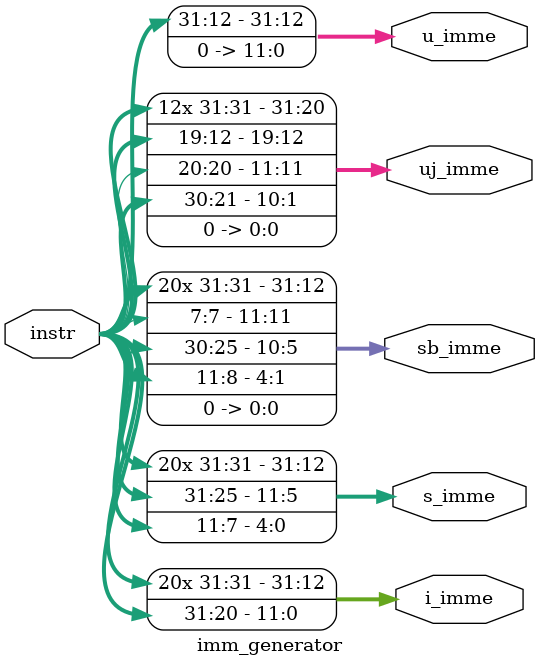
<source format=sv>
module imm_generator (
    input logic [31:0]      instr,
    output logic [31:0]     i_imme,
    output logic [31:0]     s_imme,
    output logic [31:0]     sb_imme,
    output logic [31:0]     uj_imme,
    output logic [31:0]     u_imme
);



always_comb begin
    i_imme  = {{20{instr[31]}}, instr[31:20]};
    s_imme  = {{20{instr[31]}}, instr[31:25], instr[11:7]};
    sb_imme = {{19{instr[31]}},instr[31],instr[7],instr[30:25],instr[11:8],1'b0};
    uj_imme = {{11{instr[31]}},instr[31],instr[19:12],instr[20],instr[30:21],1'b0};
    u_imme  = {{instr[31:12]},12'b0};
end

endmodule
</source>
